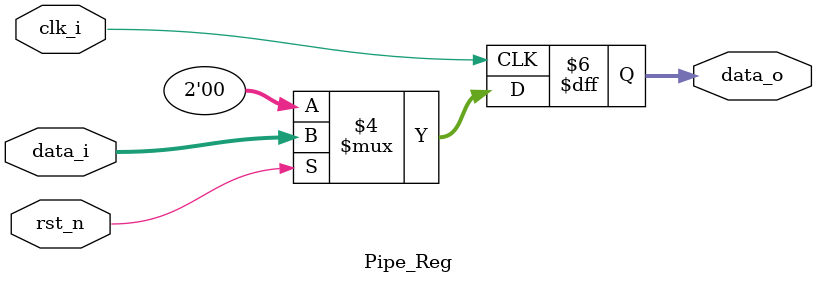
<source format=v>
module Pipe_Reg(clk_i,rst_n,data_i,data_o);
					
parameter size = 0;

input   clk_i;		  
input   rst_n;
input   [size-1:0] data_i;
output reg  [size-1:0] data_o;
	  
always@(posedge clk_i) begin
    if(~rst_n)
        data_o <= 0;
    else
        data_o <= data_i;
end

endmodule	
</source>
